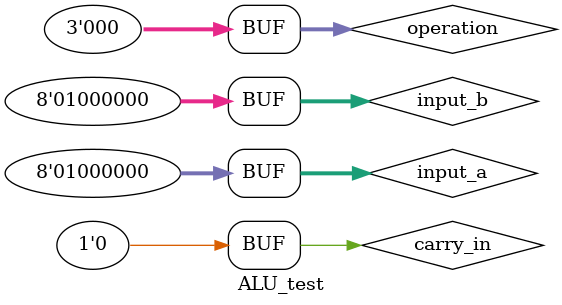
<source format=sv>
`timescale 1ns/1ps

module ALU_test ();

reg      carry_in;
reg[7:0] input_a;
reg[7:0] input_b;
reg[2:0] operation;
wire      flag_overflow;
wire      flag_zero;
wire      flag_neg;
wire      flag_carry;
wire[7:0] alu_out;

ALU alu(
	.carry_in(carry_in),
	.input_a(input_a),
	.input_b(input_b),
	.operation(operation),
	.flag_overflow(flag_overflow),
	.flag_zero(flag_zero),
	.flag_neg(flag_neg),
	.flag_carry(flag_carry),
	.alu_out(alu_out)
);

parameter [2:0] 
  OP_ADD        = 3'b000,
  OP_SUB        = 3'b001,
  OP_AND        = 3'b010,
  OP_OR         = 3'b011,
  OP_XOR        = 3'b100,
  OP_SHIFT_LEFT = 3'b101;

initial begin
	operation=OP_ADD;
	input_a=8'd2;
	input_b=8'd2;
	carry_in=1'b0;
	#5;
	input_a=8'd255;
	input_b=8'd1;
	#5;
	operation=OP_SUB;
	input_a=8'h2;
	input_b=8'h2;
	#5;
	operation=OP_AND;
	input_a=8'hff;
	input_b=8'hfe;
	#5;
	operation=OP_SHIFT_LEFT;
	input_a=8'h0f;
	#5;
	operation=OP_ADD;
	input_a=8'h40;
	input_b=8'h40;
	#5;
end
endmodule
</source>
